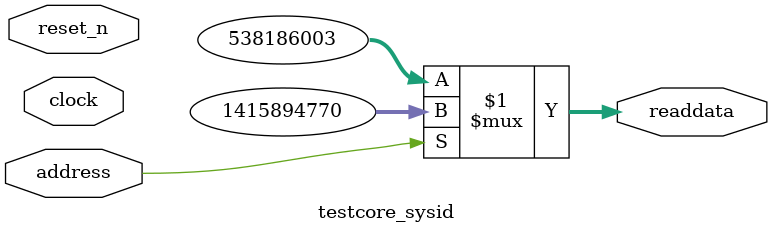
<source format=v>

`timescale 1ns / 1ps
// synthesis translate_on

// turn off superfluous verilog processor warnings 
// altera message_level Level1 
// altera message_off 10034 10035 10036 10037 10230 10240 10030 

module testcore_sysid (
               // inputs:
                address,
                clock,
                reset_n,

               // outputs:
                readdata
             )
;

  output  [ 31: 0] readdata;
  input            address;
  input            clock;
  input            reset_n;

  wire    [ 31: 0] readdata;
  //control_slave, which is an e_avalon_slave
  assign readdata = address ? 1415894770 : 538186003;

endmodule




</source>
